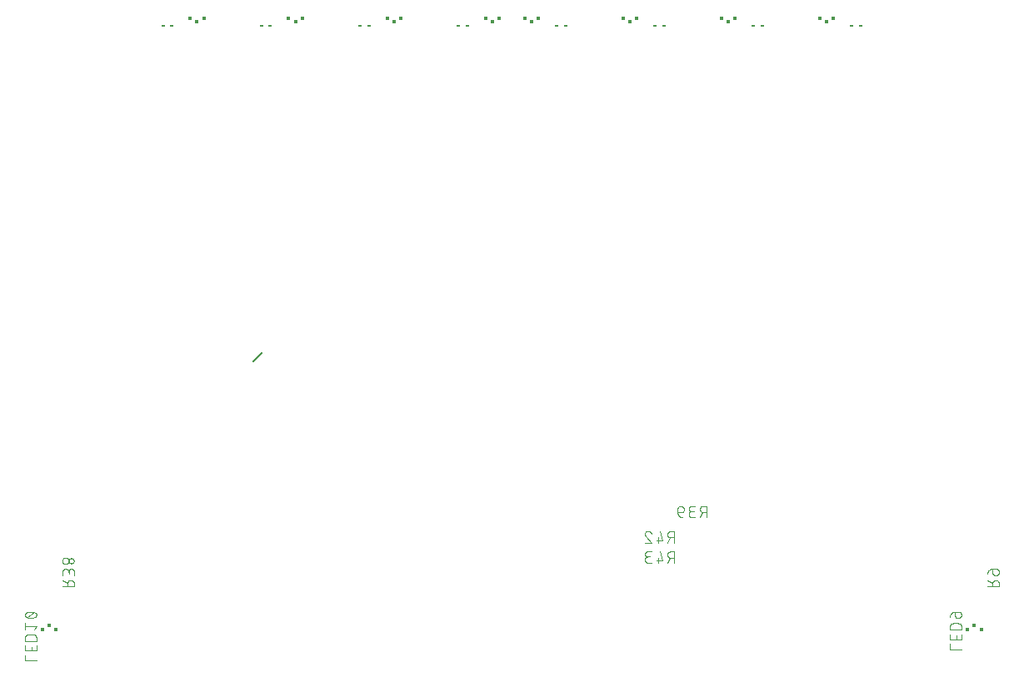
<source format=gbr>
G04 EAGLE Gerber RS-274X export*
G75*
%MOMM*%
%FSLAX34Y34*%
%LPD*%
%INSilkscreen Bottom*%
%IPPOS*%
%AMOC8*
5,1,8,0,0,1.08239X$1,22.5*%
G01*
%ADD10R,0.300000X0.200000*%
%ADD11R,0.325000X0.425000*%
%ADD12R,0.350000X0.350000*%
%ADD13C,0.203200*%
%ADD14C,0.101600*%


D10*
X854500Y758000D03*
X845500Y758000D03*
X754500Y758000D03*
X745500Y758000D03*
X654500Y758000D03*
X645500Y758000D03*
X554500Y758000D03*
X545500Y758000D03*
X454500Y758000D03*
X445500Y758000D03*
X354500Y758000D03*
X345500Y758000D03*
X254500Y758000D03*
X245500Y758000D03*
X154500Y758000D03*
X145500Y758000D03*
D11*
X826875Y765625D03*
X813125Y765625D03*
D12*
X820000Y761750D03*
D11*
X726875Y765625D03*
X713125Y765625D03*
D12*
X720000Y761750D03*
D11*
X626875Y765625D03*
X613125Y765625D03*
D12*
X620000Y761750D03*
D11*
X526875Y765625D03*
X513125Y765625D03*
D12*
X520000Y761750D03*
D11*
X386875Y765625D03*
X373125Y765625D03*
D12*
X380000Y761750D03*
D11*
X286875Y765625D03*
X273125Y765625D03*
D12*
X280000Y761750D03*
D11*
X186875Y765625D03*
X173125Y765625D03*
D12*
X180000Y761750D03*
D11*
X486875Y765625D03*
X473125Y765625D03*
D12*
X480000Y761750D03*
D13*
X246514Y425687D02*
X237534Y416707D01*
D11*
X963125Y144375D03*
X976875Y144375D03*
D12*
X970000Y148250D03*
D14*
X956792Y124101D02*
X945108Y124101D01*
X945108Y129293D01*
X945108Y134007D02*
X945108Y139199D01*
X945108Y134007D02*
X956792Y134007D01*
X956792Y139199D01*
X951599Y137901D02*
X951599Y134007D01*
X956792Y143890D02*
X945108Y143890D01*
X956792Y143890D02*
X956792Y147135D01*
X956790Y147248D01*
X956784Y147361D01*
X956774Y147474D01*
X956760Y147587D01*
X956743Y147699D01*
X956721Y147810D01*
X956696Y147920D01*
X956666Y148030D01*
X956633Y148138D01*
X956596Y148245D01*
X956556Y148351D01*
X956511Y148455D01*
X956463Y148558D01*
X956412Y148659D01*
X956357Y148758D01*
X956299Y148855D01*
X956237Y148950D01*
X956172Y149043D01*
X956104Y149133D01*
X956033Y149221D01*
X955958Y149307D01*
X955881Y149390D01*
X955801Y149470D01*
X955718Y149547D01*
X955632Y149622D01*
X955544Y149693D01*
X955454Y149761D01*
X955361Y149826D01*
X955266Y149888D01*
X955169Y149946D01*
X955070Y150001D01*
X954969Y150052D01*
X954866Y150100D01*
X954762Y150145D01*
X954656Y150185D01*
X954549Y150222D01*
X954441Y150255D01*
X954331Y150285D01*
X954221Y150310D01*
X954110Y150332D01*
X953998Y150349D01*
X953885Y150363D01*
X953772Y150373D01*
X953659Y150379D01*
X953546Y150381D01*
X948354Y150381D01*
X948241Y150379D01*
X948128Y150373D01*
X948015Y150363D01*
X947902Y150349D01*
X947790Y150332D01*
X947679Y150310D01*
X947569Y150285D01*
X947459Y150255D01*
X947351Y150222D01*
X947244Y150185D01*
X947138Y150145D01*
X947034Y150100D01*
X946931Y150052D01*
X946830Y150001D01*
X946731Y149946D01*
X946634Y149888D01*
X946539Y149826D01*
X946446Y149761D01*
X946356Y149693D01*
X946268Y149622D01*
X946182Y149547D01*
X946099Y149470D01*
X946019Y149390D01*
X945942Y149307D01*
X945867Y149221D01*
X945796Y149133D01*
X945728Y149043D01*
X945663Y148950D01*
X945601Y148855D01*
X945543Y148758D01*
X945488Y148659D01*
X945437Y148558D01*
X945389Y148455D01*
X945344Y148351D01*
X945304Y148245D01*
X945267Y148138D01*
X945234Y148030D01*
X945204Y147920D01*
X945179Y147810D01*
X945157Y147699D01*
X945140Y147587D01*
X945126Y147474D01*
X945116Y147361D01*
X945110Y147248D01*
X945108Y147135D01*
X945108Y143890D01*
X950301Y158297D02*
X950301Y162192D01*
X950301Y158297D02*
X950303Y158198D01*
X950309Y158098D01*
X950318Y157999D01*
X950331Y157901D01*
X950348Y157803D01*
X950369Y157705D01*
X950394Y157609D01*
X950422Y157514D01*
X950454Y157420D01*
X950489Y157327D01*
X950528Y157235D01*
X950571Y157145D01*
X950616Y157057D01*
X950666Y156970D01*
X950718Y156886D01*
X950774Y156803D01*
X950832Y156723D01*
X950894Y156645D01*
X950959Y156570D01*
X951027Y156497D01*
X951097Y156427D01*
X951170Y156359D01*
X951245Y156294D01*
X951323Y156232D01*
X951403Y156174D01*
X951486Y156118D01*
X951570Y156066D01*
X951657Y156016D01*
X951745Y155971D01*
X951835Y155928D01*
X951927Y155889D01*
X952020Y155854D01*
X952114Y155822D01*
X952209Y155794D01*
X952305Y155769D01*
X952403Y155748D01*
X952501Y155731D01*
X952599Y155718D01*
X952698Y155709D01*
X952798Y155703D01*
X952897Y155701D01*
X953546Y155701D01*
X953546Y155700D02*
X953659Y155702D01*
X953772Y155708D01*
X953885Y155718D01*
X953998Y155732D01*
X954110Y155749D01*
X954221Y155771D01*
X954331Y155796D01*
X954441Y155826D01*
X954549Y155859D01*
X954656Y155896D01*
X954762Y155936D01*
X954866Y155981D01*
X954969Y156029D01*
X955070Y156080D01*
X955169Y156135D01*
X955266Y156193D01*
X955361Y156255D01*
X955454Y156320D01*
X955544Y156388D01*
X955632Y156459D01*
X955718Y156534D01*
X955801Y156611D01*
X955881Y156691D01*
X955958Y156774D01*
X956033Y156860D01*
X956104Y156948D01*
X956172Y157038D01*
X956237Y157131D01*
X956299Y157226D01*
X956357Y157323D01*
X956412Y157422D01*
X956463Y157523D01*
X956511Y157626D01*
X956556Y157730D01*
X956596Y157836D01*
X956633Y157943D01*
X956666Y158051D01*
X956696Y158161D01*
X956721Y158271D01*
X956743Y158382D01*
X956760Y158494D01*
X956774Y158607D01*
X956784Y158720D01*
X956790Y158833D01*
X956792Y158946D01*
X956790Y159059D01*
X956784Y159172D01*
X956774Y159285D01*
X956760Y159398D01*
X956743Y159510D01*
X956721Y159621D01*
X956696Y159731D01*
X956666Y159841D01*
X956633Y159949D01*
X956596Y160056D01*
X956556Y160162D01*
X956511Y160266D01*
X956463Y160369D01*
X956412Y160470D01*
X956357Y160569D01*
X956299Y160666D01*
X956237Y160761D01*
X956172Y160854D01*
X956104Y160944D01*
X956033Y161032D01*
X955958Y161118D01*
X955881Y161201D01*
X955801Y161281D01*
X955718Y161358D01*
X955632Y161433D01*
X955544Y161504D01*
X955454Y161572D01*
X955361Y161637D01*
X955266Y161699D01*
X955169Y161757D01*
X955070Y161812D01*
X954969Y161863D01*
X954866Y161911D01*
X954762Y161956D01*
X954656Y161996D01*
X954549Y162033D01*
X954441Y162066D01*
X954331Y162096D01*
X954221Y162121D01*
X954110Y162143D01*
X953998Y162160D01*
X953885Y162174D01*
X953772Y162184D01*
X953659Y162190D01*
X953546Y162192D01*
X950301Y162192D01*
X950158Y162190D01*
X950015Y162184D01*
X949872Y162174D01*
X949730Y162160D01*
X949588Y162143D01*
X949446Y162121D01*
X949305Y162096D01*
X949165Y162066D01*
X949026Y162033D01*
X948888Y161996D01*
X948751Y161955D01*
X948615Y161911D01*
X948480Y161862D01*
X948347Y161810D01*
X948215Y161755D01*
X948085Y161695D01*
X947956Y161632D01*
X947829Y161566D01*
X947705Y161496D01*
X947582Y161423D01*
X947461Y161346D01*
X947342Y161266D01*
X947226Y161183D01*
X947111Y161097D01*
X947000Y161008D01*
X946890Y160915D01*
X946784Y160820D01*
X946680Y160721D01*
X946579Y160620D01*
X946480Y160516D01*
X946385Y160410D01*
X946292Y160300D01*
X946203Y160189D01*
X946117Y160074D01*
X946034Y159958D01*
X945954Y159839D01*
X945877Y159718D01*
X945804Y159596D01*
X945734Y159471D01*
X945668Y159344D01*
X945605Y159215D01*
X945545Y159085D01*
X945490Y158953D01*
X945438Y158820D01*
X945389Y158685D01*
X945345Y158549D01*
X945304Y158412D01*
X945267Y158274D01*
X945234Y158135D01*
X945204Y157995D01*
X945179Y157854D01*
X945157Y157712D01*
X945140Y157570D01*
X945126Y157428D01*
X945116Y157285D01*
X945110Y157142D01*
X945108Y156999D01*
X983208Y187808D02*
X994892Y187808D01*
X994892Y191054D01*
X994890Y191167D01*
X994884Y191280D01*
X994874Y191393D01*
X994860Y191506D01*
X994843Y191618D01*
X994821Y191729D01*
X994796Y191839D01*
X994766Y191949D01*
X994733Y192057D01*
X994696Y192164D01*
X994656Y192270D01*
X994611Y192374D01*
X994563Y192477D01*
X994512Y192578D01*
X994457Y192677D01*
X994399Y192774D01*
X994337Y192869D01*
X994272Y192962D01*
X994204Y193052D01*
X994133Y193140D01*
X994058Y193226D01*
X993981Y193309D01*
X993901Y193389D01*
X993818Y193466D01*
X993732Y193541D01*
X993644Y193612D01*
X993554Y193680D01*
X993461Y193745D01*
X993366Y193807D01*
X993269Y193865D01*
X993170Y193920D01*
X993069Y193971D01*
X992966Y194019D01*
X992862Y194064D01*
X992756Y194104D01*
X992649Y194141D01*
X992541Y194174D01*
X992431Y194204D01*
X992321Y194229D01*
X992210Y194251D01*
X992098Y194268D01*
X991985Y194282D01*
X991872Y194292D01*
X991759Y194298D01*
X991646Y194300D01*
X991533Y194298D01*
X991420Y194292D01*
X991307Y194282D01*
X991194Y194268D01*
X991082Y194251D01*
X990971Y194229D01*
X990861Y194204D01*
X990751Y194174D01*
X990643Y194141D01*
X990536Y194104D01*
X990430Y194064D01*
X990326Y194019D01*
X990223Y193971D01*
X990122Y193920D01*
X990023Y193865D01*
X989926Y193807D01*
X989831Y193745D01*
X989738Y193680D01*
X989648Y193612D01*
X989560Y193541D01*
X989474Y193466D01*
X989391Y193389D01*
X989311Y193309D01*
X989234Y193226D01*
X989159Y193140D01*
X989088Y193052D01*
X989020Y192962D01*
X988955Y192869D01*
X988893Y192774D01*
X988835Y192677D01*
X988780Y192578D01*
X988729Y192477D01*
X988681Y192374D01*
X988636Y192270D01*
X988596Y192164D01*
X988559Y192057D01*
X988526Y191949D01*
X988496Y191839D01*
X988471Y191729D01*
X988449Y191618D01*
X988432Y191506D01*
X988418Y191393D01*
X988408Y191280D01*
X988402Y191167D01*
X988400Y191054D01*
X988401Y191054D02*
X988401Y187808D01*
X988401Y191703D02*
X983208Y194299D01*
X988401Y201761D02*
X988401Y205655D01*
X988401Y201761D02*
X988403Y201662D01*
X988409Y201562D01*
X988418Y201463D01*
X988431Y201365D01*
X988448Y201267D01*
X988469Y201169D01*
X988494Y201073D01*
X988522Y200978D01*
X988554Y200884D01*
X988589Y200791D01*
X988628Y200699D01*
X988671Y200609D01*
X988716Y200521D01*
X988766Y200434D01*
X988818Y200350D01*
X988874Y200267D01*
X988932Y200187D01*
X988994Y200109D01*
X989059Y200034D01*
X989127Y199961D01*
X989197Y199891D01*
X989270Y199823D01*
X989345Y199758D01*
X989423Y199696D01*
X989503Y199638D01*
X989586Y199582D01*
X989670Y199530D01*
X989757Y199480D01*
X989845Y199435D01*
X989935Y199392D01*
X990027Y199353D01*
X990120Y199318D01*
X990214Y199286D01*
X990309Y199258D01*
X990405Y199233D01*
X990503Y199212D01*
X990601Y199195D01*
X990699Y199182D01*
X990798Y199173D01*
X990898Y199167D01*
X990997Y199165D01*
X990997Y199164D02*
X991646Y199164D01*
X991759Y199166D01*
X991872Y199172D01*
X991985Y199182D01*
X992098Y199196D01*
X992210Y199213D01*
X992321Y199235D01*
X992431Y199260D01*
X992541Y199290D01*
X992649Y199323D01*
X992756Y199360D01*
X992862Y199400D01*
X992966Y199445D01*
X993069Y199493D01*
X993170Y199544D01*
X993269Y199599D01*
X993366Y199657D01*
X993461Y199719D01*
X993554Y199784D01*
X993644Y199852D01*
X993732Y199923D01*
X993818Y199998D01*
X993901Y200075D01*
X993981Y200155D01*
X994058Y200238D01*
X994133Y200324D01*
X994204Y200412D01*
X994272Y200502D01*
X994337Y200595D01*
X994399Y200690D01*
X994457Y200787D01*
X994512Y200886D01*
X994563Y200987D01*
X994611Y201090D01*
X994656Y201194D01*
X994696Y201300D01*
X994733Y201407D01*
X994766Y201515D01*
X994796Y201625D01*
X994821Y201735D01*
X994843Y201846D01*
X994860Y201958D01*
X994874Y202071D01*
X994884Y202184D01*
X994890Y202297D01*
X994892Y202410D01*
X994890Y202523D01*
X994884Y202636D01*
X994874Y202749D01*
X994860Y202862D01*
X994843Y202974D01*
X994821Y203085D01*
X994796Y203195D01*
X994766Y203305D01*
X994733Y203413D01*
X994696Y203520D01*
X994656Y203626D01*
X994611Y203730D01*
X994563Y203833D01*
X994512Y203934D01*
X994457Y204033D01*
X994399Y204130D01*
X994337Y204225D01*
X994272Y204318D01*
X994204Y204408D01*
X994133Y204496D01*
X994058Y204582D01*
X993981Y204665D01*
X993901Y204745D01*
X993818Y204822D01*
X993732Y204897D01*
X993644Y204968D01*
X993554Y205036D01*
X993461Y205101D01*
X993366Y205163D01*
X993269Y205221D01*
X993170Y205276D01*
X993069Y205327D01*
X992966Y205375D01*
X992862Y205420D01*
X992756Y205460D01*
X992649Y205497D01*
X992541Y205530D01*
X992431Y205560D01*
X992321Y205585D01*
X992210Y205607D01*
X992098Y205624D01*
X991985Y205638D01*
X991872Y205648D01*
X991759Y205654D01*
X991646Y205656D01*
X991646Y205655D02*
X988401Y205655D01*
X988401Y205656D02*
X988258Y205654D01*
X988115Y205648D01*
X987972Y205638D01*
X987830Y205624D01*
X987688Y205607D01*
X987546Y205585D01*
X987405Y205560D01*
X987265Y205530D01*
X987126Y205497D01*
X986988Y205460D01*
X986851Y205419D01*
X986715Y205375D01*
X986580Y205326D01*
X986447Y205274D01*
X986315Y205219D01*
X986185Y205159D01*
X986056Y205096D01*
X985929Y205030D01*
X985805Y204960D01*
X985682Y204887D01*
X985561Y204810D01*
X985442Y204730D01*
X985326Y204647D01*
X985211Y204561D01*
X985100Y204472D01*
X984990Y204379D01*
X984884Y204284D01*
X984780Y204185D01*
X984679Y204084D01*
X984580Y203980D01*
X984485Y203874D01*
X984392Y203764D01*
X984303Y203653D01*
X984217Y203538D01*
X984134Y203422D01*
X984054Y203303D01*
X983977Y203182D01*
X983904Y203060D01*
X983834Y202935D01*
X983768Y202808D01*
X983705Y202679D01*
X983645Y202549D01*
X983590Y202417D01*
X983538Y202284D01*
X983489Y202149D01*
X983445Y202013D01*
X983404Y201876D01*
X983367Y201738D01*
X983334Y201599D01*
X983304Y201459D01*
X983279Y201318D01*
X983257Y201176D01*
X983240Y201034D01*
X983226Y200892D01*
X983216Y200749D01*
X983210Y200606D01*
X983208Y200463D01*
D11*
X23125Y144375D03*
X36875Y144375D03*
D12*
X30000Y148250D03*
D14*
X16792Y112671D02*
X5108Y112671D01*
X5108Y117863D01*
X5108Y122577D02*
X5108Y127769D01*
X5108Y122577D02*
X16792Y122577D01*
X16792Y127769D01*
X11599Y126471D02*
X11599Y122577D01*
X16792Y132460D02*
X5108Y132460D01*
X16792Y132460D02*
X16792Y135706D01*
X16790Y135819D01*
X16784Y135932D01*
X16774Y136045D01*
X16760Y136158D01*
X16743Y136270D01*
X16721Y136381D01*
X16696Y136491D01*
X16666Y136601D01*
X16633Y136709D01*
X16596Y136816D01*
X16556Y136922D01*
X16511Y137026D01*
X16463Y137129D01*
X16412Y137230D01*
X16357Y137329D01*
X16299Y137426D01*
X16237Y137521D01*
X16172Y137614D01*
X16104Y137704D01*
X16033Y137792D01*
X15958Y137878D01*
X15881Y137961D01*
X15801Y138041D01*
X15718Y138118D01*
X15632Y138193D01*
X15544Y138264D01*
X15454Y138332D01*
X15361Y138397D01*
X15266Y138459D01*
X15169Y138517D01*
X15070Y138572D01*
X14969Y138623D01*
X14866Y138671D01*
X14762Y138716D01*
X14656Y138756D01*
X14549Y138793D01*
X14441Y138826D01*
X14331Y138856D01*
X14221Y138881D01*
X14110Y138903D01*
X13998Y138920D01*
X13885Y138934D01*
X13772Y138944D01*
X13659Y138950D01*
X13546Y138952D01*
X13546Y138951D02*
X8354Y138951D01*
X8354Y138952D02*
X8241Y138950D01*
X8128Y138944D01*
X8015Y138934D01*
X7902Y138920D01*
X7790Y138903D01*
X7679Y138881D01*
X7569Y138856D01*
X7459Y138826D01*
X7351Y138793D01*
X7244Y138756D01*
X7138Y138716D01*
X7034Y138671D01*
X6931Y138623D01*
X6830Y138572D01*
X6731Y138517D01*
X6634Y138459D01*
X6539Y138397D01*
X6446Y138332D01*
X6356Y138264D01*
X6268Y138193D01*
X6182Y138118D01*
X6099Y138041D01*
X6019Y137961D01*
X5942Y137878D01*
X5867Y137792D01*
X5796Y137704D01*
X5728Y137614D01*
X5663Y137521D01*
X5601Y137426D01*
X5543Y137329D01*
X5488Y137230D01*
X5437Y137129D01*
X5389Y137026D01*
X5344Y136922D01*
X5304Y136816D01*
X5267Y136709D01*
X5234Y136601D01*
X5204Y136491D01*
X5179Y136381D01*
X5157Y136270D01*
X5140Y136158D01*
X5126Y136045D01*
X5116Y135932D01*
X5110Y135819D01*
X5108Y135706D01*
X5108Y132460D01*
X14196Y144271D02*
X16792Y147516D01*
X5108Y147516D01*
X5108Y144271D02*
X5108Y150762D01*
X10950Y155701D02*
X11180Y155704D01*
X11410Y155712D01*
X11639Y155726D01*
X11868Y155745D01*
X12097Y155770D01*
X12324Y155800D01*
X12552Y155835D01*
X12778Y155876D01*
X13003Y155922D01*
X13227Y155974D01*
X13449Y156031D01*
X13671Y156093D01*
X13890Y156161D01*
X14108Y156234D01*
X14325Y156312D01*
X14539Y156395D01*
X14751Y156483D01*
X14961Y156576D01*
X15169Y156675D01*
X15169Y156674D02*
X15259Y156707D01*
X15348Y156743D01*
X15436Y156783D01*
X15521Y156827D01*
X15605Y156874D01*
X15687Y156924D01*
X15767Y156978D01*
X15844Y157034D01*
X15920Y157094D01*
X15993Y157157D01*
X16063Y157222D01*
X16131Y157291D01*
X16195Y157362D01*
X16257Y157435D01*
X16316Y157511D01*
X16372Y157589D01*
X16425Y157670D01*
X16474Y157752D01*
X16520Y157836D01*
X16563Y157923D01*
X16602Y158010D01*
X16638Y158100D01*
X16670Y158190D01*
X16698Y158282D01*
X16723Y158375D01*
X16744Y158469D01*
X16761Y158563D01*
X16775Y158658D01*
X16784Y158754D01*
X16790Y158850D01*
X16792Y158946D01*
X16790Y159042D01*
X16784Y159138D01*
X16775Y159234D01*
X16761Y159329D01*
X16744Y159423D01*
X16723Y159517D01*
X16698Y159610D01*
X16670Y159702D01*
X16638Y159792D01*
X16602Y159882D01*
X16563Y159969D01*
X16520Y160056D01*
X16474Y160140D01*
X16425Y160222D01*
X16372Y160303D01*
X16316Y160381D01*
X16257Y160457D01*
X16195Y160530D01*
X16131Y160601D01*
X16063Y160670D01*
X15993Y160735D01*
X15920Y160798D01*
X15844Y160858D01*
X15767Y160914D01*
X15687Y160968D01*
X15605Y161018D01*
X15521Y161065D01*
X15436Y161109D01*
X15348Y161149D01*
X15259Y161185D01*
X15169Y161218D01*
X15169Y161219D02*
X14962Y161318D01*
X14752Y161411D01*
X14539Y161499D01*
X14325Y161582D01*
X14109Y161660D01*
X13891Y161733D01*
X13671Y161801D01*
X13450Y161863D01*
X13227Y161920D01*
X13003Y161972D01*
X12778Y162018D01*
X12552Y162059D01*
X12325Y162094D01*
X12097Y162124D01*
X11868Y162149D01*
X11639Y162168D01*
X11410Y162182D01*
X11180Y162190D01*
X10950Y162193D01*
X10950Y155701D02*
X10720Y155704D01*
X10490Y155712D01*
X10261Y155726D01*
X10032Y155745D01*
X9803Y155770D01*
X9575Y155800D01*
X9348Y155835D01*
X9122Y155876D01*
X8897Y155922D01*
X8673Y155974D01*
X8450Y156031D01*
X8229Y156093D01*
X8009Y156161D01*
X7791Y156234D01*
X7575Y156312D01*
X7361Y156395D01*
X7149Y156483D01*
X6938Y156576D01*
X6731Y156675D01*
X6731Y156674D02*
X6641Y156707D01*
X6552Y156743D01*
X6464Y156784D01*
X6379Y156827D01*
X6295Y156874D01*
X6213Y156924D01*
X6133Y156978D01*
X6056Y157034D01*
X5980Y157094D01*
X5907Y157157D01*
X5837Y157222D01*
X5769Y157291D01*
X5705Y157362D01*
X5643Y157435D01*
X5584Y157511D01*
X5528Y157589D01*
X5475Y157670D01*
X5426Y157752D01*
X5380Y157836D01*
X5337Y157923D01*
X5298Y158010D01*
X5262Y158100D01*
X5230Y158190D01*
X5202Y158282D01*
X5177Y158375D01*
X5156Y158469D01*
X5139Y158563D01*
X5125Y158658D01*
X5116Y158754D01*
X5110Y158850D01*
X5108Y158946D01*
X6731Y161218D02*
X6938Y161317D01*
X7149Y161410D01*
X7361Y161498D01*
X7575Y161581D01*
X7791Y161659D01*
X8009Y161732D01*
X8229Y161800D01*
X8450Y161862D01*
X8673Y161919D01*
X8897Y161971D01*
X9122Y162017D01*
X9348Y162058D01*
X9575Y162093D01*
X9803Y162123D01*
X10032Y162148D01*
X10261Y162167D01*
X10490Y162181D01*
X10720Y162189D01*
X10950Y162192D01*
X6731Y161218D02*
X6641Y161185D01*
X6552Y161149D01*
X6464Y161109D01*
X6379Y161065D01*
X6295Y161018D01*
X6213Y160968D01*
X6133Y160914D01*
X6056Y160858D01*
X5980Y160798D01*
X5907Y160735D01*
X5837Y160670D01*
X5769Y160601D01*
X5705Y160530D01*
X5643Y160457D01*
X5584Y160381D01*
X5528Y160303D01*
X5475Y160222D01*
X5426Y160140D01*
X5380Y160056D01*
X5337Y159969D01*
X5298Y159882D01*
X5262Y159792D01*
X5230Y159702D01*
X5202Y159610D01*
X5177Y159517D01*
X5156Y159423D01*
X5139Y159329D01*
X5125Y159234D01*
X5116Y159138D01*
X5110Y159042D01*
X5108Y158946D01*
X7704Y156350D02*
X14196Y161543D01*
X43208Y187808D02*
X54892Y187808D01*
X54892Y191054D01*
X54890Y191167D01*
X54884Y191280D01*
X54874Y191393D01*
X54860Y191506D01*
X54843Y191618D01*
X54821Y191729D01*
X54796Y191839D01*
X54766Y191949D01*
X54733Y192057D01*
X54696Y192164D01*
X54656Y192270D01*
X54611Y192374D01*
X54563Y192477D01*
X54512Y192578D01*
X54457Y192677D01*
X54399Y192774D01*
X54337Y192869D01*
X54272Y192962D01*
X54204Y193052D01*
X54133Y193140D01*
X54058Y193226D01*
X53981Y193309D01*
X53901Y193389D01*
X53818Y193466D01*
X53732Y193541D01*
X53644Y193612D01*
X53554Y193680D01*
X53461Y193745D01*
X53366Y193807D01*
X53269Y193865D01*
X53170Y193920D01*
X53069Y193971D01*
X52966Y194019D01*
X52862Y194064D01*
X52756Y194104D01*
X52649Y194141D01*
X52541Y194174D01*
X52431Y194204D01*
X52321Y194229D01*
X52210Y194251D01*
X52098Y194268D01*
X51985Y194282D01*
X51872Y194292D01*
X51759Y194298D01*
X51646Y194300D01*
X51533Y194298D01*
X51420Y194292D01*
X51307Y194282D01*
X51194Y194268D01*
X51082Y194251D01*
X50971Y194229D01*
X50861Y194204D01*
X50751Y194174D01*
X50643Y194141D01*
X50536Y194104D01*
X50430Y194064D01*
X50326Y194019D01*
X50223Y193971D01*
X50122Y193920D01*
X50023Y193865D01*
X49926Y193807D01*
X49831Y193745D01*
X49738Y193680D01*
X49648Y193612D01*
X49560Y193541D01*
X49474Y193466D01*
X49391Y193389D01*
X49311Y193309D01*
X49234Y193226D01*
X49159Y193140D01*
X49088Y193052D01*
X49020Y192962D01*
X48955Y192869D01*
X48893Y192774D01*
X48835Y192677D01*
X48780Y192578D01*
X48729Y192477D01*
X48681Y192374D01*
X48636Y192270D01*
X48596Y192164D01*
X48559Y192057D01*
X48526Y191949D01*
X48496Y191839D01*
X48471Y191729D01*
X48449Y191618D01*
X48432Y191506D01*
X48418Y191393D01*
X48408Y191280D01*
X48402Y191167D01*
X48400Y191054D01*
X48401Y191054D02*
X48401Y187808D01*
X48401Y191703D02*
X43208Y194299D01*
X43208Y199164D02*
X43208Y202410D01*
X43210Y202523D01*
X43216Y202636D01*
X43226Y202749D01*
X43240Y202862D01*
X43257Y202974D01*
X43279Y203085D01*
X43304Y203195D01*
X43334Y203305D01*
X43367Y203413D01*
X43404Y203520D01*
X43444Y203626D01*
X43489Y203730D01*
X43537Y203833D01*
X43588Y203934D01*
X43643Y204033D01*
X43701Y204130D01*
X43763Y204225D01*
X43828Y204318D01*
X43896Y204408D01*
X43967Y204496D01*
X44042Y204582D01*
X44119Y204665D01*
X44199Y204745D01*
X44282Y204822D01*
X44368Y204897D01*
X44456Y204968D01*
X44546Y205036D01*
X44639Y205101D01*
X44734Y205163D01*
X44831Y205221D01*
X44930Y205276D01*
X45031Y205327D01*
X45134Y205375D01*
X45238Y205420D01*
X45344Y205460D01*
X45451Y205497D01*
X45559Y205530D01*
X45669Y205560D01*
X45779Y205585D01*
X45890Y205607D01*
X46002Y205624D01*
X46115Y205638D01*
X46228Y205648D01*
X46341Y205654D01*
X46454Y205656D01*
X46567Y205654D01*
X46680Y205648D01*
X46793Y205638D01*
X46906Y205624D01*
X47018Y205607D01*
X47129Y205585D01*
X47239Y205560D01*
X47349Y205530D01*
X47457Y205497D01*
X47564Y205460D01*
X47670Y205420D01*
X47774Y205375D01*
X47877Y205327D01*
X47978Y205276D01*
X48077Y205221D01*
X48174Y205163D01*
X48269Y205101D01*
X48362Y205036D01*
X48452Y204968D01*
X48540Y204897D01*
X48626Y204822D01*
X48709Y204745D01*
X48789Y204665D01*
X48866Y204582D01*
X48941Y204496D01*
X49012Y204408D01*
X49080Y204318D01*
X49145Y204225D01*
X49207Y204130D01*
X49265Y204033D01*
X49320Y203934D01*
X49371Y203833D01*
X49419Y203730D01*
X49464Y203626D01*
X49504Y203520D01*
X49541Y203413D01*
X49574Y203305D01*
X49604Y203195D01*
X49629Y203085D01*
X49651Y202974D01*
X49668Y202862D01*
X49682Y202749D01*
X49692Y202636D01*
X49698Y202523D01*
X49700Y202410D01*
X54892Y203059D02*
X54892Y199164D01*
X54892Y203059D02*
X54890Y203160D01*
X54884Y203260D01*
X54874Y203360D01*
X54861Y203460D01*
X54843Y203559D01*
X54822Y203658D01*
X54797Y203755D01*
X54768Y203852D01*
X54735Y203947D01*
X54699Y204041D01*
X54659Y204133D01*
X54616Y204224D01*
X54569Y204313D01*
X54519Y204400D01*
X54465Y204486D01*
X54408Y204569D01*
X54348Y204649D01*
X54285Y204728D01*
X54218Y204804D01*
X54149Y204877D01*
X54077Y204947D01*
X54003Y205015D01*
X53926Y205080D01*
X53846Y205141D01*
X53764Y205200D01*
X53680Y205255D01*
X53594Y205307D01*
X53506Y205356D01*
X53416Y205401D01*
X53324Y205443D01*
X53231Y205481D01*
X53136Y205515D01*
X53041Y205546D01*
X52944Y205573D01*
X52846Y205596D01*
X52747Y205616D01*
X52647Y205631D01*
X52547Y205643D01*
X52447Y205651D01*
X52346Y205655D01*
X52246Y205655D01*
X52145Y205651D01*
X52045Y205643D01*
X51945Y205631D01*
X51845Y205616D01*
X51746Y205596D01*
X51648Y205573D01*
X51551Y205546D01*
X51456Y205515D01*
X51361Y205481D01*
X51268Y205443D01*
X51176Y205401D01*
X51086Y205356D01*
X50998Y205307D01*
X50912Y205255D01*
X50828Y205200D01*
X50746Y205141D01*
X50666Y205080D01*
X50589Y205015D01*
X50515Y204947D01*
X50443Y204877D01*
X50374Y204804D01*
X50307Y204728D01*
X50244Y204649D01*
X50184Y204569D01*
X50127Y204486D01*
X50073Y204400D01*
X50023Y204313D01*
X49976Y204224D01*
X49933Y204133D01*
X49893Y204041D01*
X49857Y203947D01*
X49824Y203852D01*
X49795Y203755D01*
X49770Y203658D01*
X49749Y203559D01*
X49731Y203460D01*
X49718Y203360D01*
X49708Y203260D01*
X49702Y203160D01*
X49700Y203059D01*
X49699Y203059D02*
X49699Y200463D01*
X46454Y210594D02*
X46567Y210596D01*
X46680Y210602D01*
X46793Y210612D01*
X46906Y210626D01*
X47018Y210643D01*
X47129Y210665D01*
X47239Y210690D01*
X47349Y210720D01*
X47457Y210753D01*
X47564Y210790D01*
X47670Y210830D01*
X47774Y210875D01*
X47877Y210923D01*
X47978Y210974D01*
X48077Y211029D01*
X48174Y211087D01*
X48269Y211149D01*
X48362Y211214D01*
X48452Y211282D01*
X48540Y211353D01*
X48626Y211428D01*
X48709Y211505D01*
X48789Y211585D01*
X48866Y211668D01*
X48941Y211754D01*
X49012Y211842D01*
X49080Y211932D01*
X49145Y212025D01*
X49207Y212120D01*
X49265Y212217D01*
X49320Y212316D01*
X49371Y212417D01*
X49419Y212520D01*
X49464Y212624D01*
X49504Y212730D01*
X49541Y212837D01*
X49574Y212945D01*
X49604Y213055D01*
X49629Y213165D01*
X49651Y213276D01*
X49668Y213388D01*
X49682Y213501D01*
X49692Y213614D01*
X49698Y213727D01*
X49700Y213840D01*
X49698Y213953D01*
X49692Y214066D01*
X49682Y214179D01*
X49668Y214292D01*
X49651Y214404D01*
X49629Y214515D01*
X49604Y214625D01*
X49574Y214735D01*
X49541Y214843D01*
X49504Y214950D01*
X49464Y215056D01*
X49419Y215160D01*
X49371Y215263D01*
X49320Y215364D01*
X49265Y215463D01*
X49207Y215560D01*
X49145Y215655D01*
X49080Y215748D01*
X49012Y215838D01*
X48941Y215926D01*
X48866Y216012D01*
X48789Y216095D01*
X48709Y216175D01*
X48626Y216252D01*
X48540Y216327D01*
X48452Y216398D01*
X48362Y216466D01*
X48269Y216531D01*
X48174Y216593D01*
X48077Y216651D01*
X47978Y216706D01*
X47877Y216757D01*
X47774Y216805D01*
X47670Y216850D01*
X47564Y216890D01*
X47457Y216927D01*
X47349Y216960D01*
X47239Y216990D01*
X47129Y217015D01*
X47018Y217037D01*
X46906Y217054D01*
X46793Y217068D01*
X46680Y217078D01*
X46567Y217084D01*
X46454Y217086D01*
X46341Y217084D01*
X46228Y217078D01*
X46115Y217068D01*
X46002Y217054D01*
X45890Y217037D01*
X45779Y217015D01*
X45669Y216990D01*
X45559Y216960D01*
X45451Y216927D01*
X45344Y216890D01*
X45238Y216850D01*
X45134Y216805D01*
X45031Y216757D01*
X44930Y216706D01*
X44831Y216651D01*
X44734Y216593D01*
X44639Y216531D01*
X44546Y216466D01*
X44456Y216398D01*
X44368Y216327D01*
X44282Y216252D01*
X44199Y216175D01*
X44119Y216095D01*
X44042Y216012D01*
X43967Y215926D01*
X43896Y215838D01*
X43828Y215748D01*
X43763Y215655D01*
X43701Y215560D01*
X43643Y215463D01*
X43588Y215364D01*
X43537Y215263D01*
X43489Y215160D01*
X43444Y215056D01*
X43404Y214950D01*
X43367Y214843D01*
X43334Y214735D01*
X43304Y214625D01*
X43279Y214515D01*
X43257Y214404D01*
X43240Y214292D01*
X43226Y214179D01*
X43216Y214066D01*
X43210Y213953D01*
X43208Y213840D01*
X43210Y213727D01*
X43216Y213614D01*
X43226Y213501D01*
X43240Y213388D01*
X43257Y213276D01*
X43279Y213165D01*
X43304Y213055D01*
X43334Y212945D01*
X43367Y212837D01*
X43404Y212730D01*
X43444Y212624D01*
X43489Y212520D01*
X43537Y212417D01*
X43588Y212316D01*
X43643Y212217D01*
X43701Y212120D01*
X43763Y212025D01*
X43828Y211932D01*
X43896Y211842D01*
X43967Y211754D01*
X44042Y211668D01*
X44119Y211585D01*
X44199Y211505D01*
X44282Y211428D01*
X44368Y211353D01*
X44456Y211282D01*
X44546Y211214D01*
X44639Y211149D01*
X44734Y211087D01*
X44831Y211029D01*
X44930Y210974D01*
X45031Y210923D01*
X45134Y210875D01*
X45238Y210830D01*
X45344Y210790D01*
X45451Y210753D01*
X45559Y210720D01*
X45669Y210690D01*
X45779Y210665D01*
X45890Y210643D01*
X46002Y210626D01*
X46115Y210612D01*
X46228Y210602D01*
X46341Y210596D01*
X46454Y210594D01*
X52296Y211244D02*
X52397Y211246D01*
X52497Y211252D01*
X52597Y211262D01*
X52697Y211275D01*
X52796Y211293D01*
X52895Y211314D01*
X52992Y211339D01*
X53089Y211368D01*
X53184Y211401D01*
X53278Y211437D01*
X53370Y211477D01*
X53461Y211520D01*
X53550Y211567D01*
X53637Y211617D01*
X53723Y211671D01*
X53806Y211728D01*
X53886Y211788D01*
X53965Y211851D01*
X54041Y211918D01*
X54114Y211987D01*
X54184Y212059D01*
X54252Y212133D01*
X54317Y212210D01*
X54378Y212290D01*
X54437Y212372D01*
X54492Y212456D01*
X54544Y212542D01*
X54593Y212630D01*
X54638Y212720D01*
X54680Y212812D01*
X54718Y212905D01*
X54752Y213000D01*
X54783Y213095D01*
X54810Y213192D01*
X54833Y213290D01*
X54853Y213389D01*
X54868Y213489D01*
X54880Y213589D01*
X54888Y213689D01*
X54892Y213790D01*
X54892Y213890D01*
X54888Y213991D01*
X54880Y214091D01*
X54868Y214191D01*
X54853Y214291D01*
X54833Y214390D01*
X54810Y214488D01*
X54783Y214585D01*
X54752Y214680D01*
X54718Y214775D01*
X54680Y214868D01*
X54638Y214960D01*
X54593Y215050D01*
X54544Y215138D01*
X54492Y215224D01*
X54437Y215308D01*
X54378Y215390D01*
X54317Y215470D01*
X54252Y215547D01*
X54184Y215621D01*
X54114Y215693D01*
X54041Y215762D01*
X53965Y215829D01*
X53886Y215892D01*
X53806Y215952D01*
X53723Y216009D01*
X53637Y216063D01*
X53550Y216113D01*
X53461Y216160D01*
X53370Y216203D01*
X53278Y216243D01*
X53184Y216279D01*
X53089Y216312D01*
X52992Y216341D01*
X52895Y216366D01*
X52796Y216387D01*
X52697Y216405D01*
X52597Y216418D01*
X52497Y216428D01*
X52397Y216434D01*
X52296Y216436D01*
X52195Y216434D01*
X52095Y216428D01*
X51995Y216418D01*
X51895Y216405D01*
X51796Y216387D01*
X51697Y216366D01*
X51600Y216341D01*
X51503Y216312D01*
X51408Y216279D01*
X51314Y216243D01*
X51222Y216203D01*
X51131Y216160D01*
X51042Y216113D01*
X50955Y216063D01*
X50869Y216009D01*
X50786Y215952D01*
X50706Y215892D01*
X50627Y215829D01*
X50551Y215762D01*
X50478Y215693D01*
X50408Y215621D01*
X50340Y215547D01*
X50275Y215470D01*
X50214Y215390D01*
X50155Y215308D01*
X50100Y215224D01*
X50048Y215138D01*
X49999Y215050D01*
X49954Y214960D01*
X49912Y214868D01*
X49874Y214775D01*
X49840Y214680D01*
X49809Y214585D01*
X49782Y214488D01*
X49759Y214390D01*
X49739Y214291D01*
X49724Y214191D01*
X49712Y214091D01*
X49704Y213991D01*
X49700Y213890D01*
X49700Y213790D01*
X49704Y213689D01*
X49712Y213589D01*
X49724Y213489D01*
X49739Y213389D01*
X49759Y213290D01*
X49782Y213192D01*
X49809Y213095D01*
X49840Y213000D01*
X49874Y212905D01*
X49912Y212812D01*
X49954Y212720D01*
X49999Y212630D01*
X50048Y212542D01*
X50100Y212456D01*
X50155Y212372D01*
X50214Y212290D01*
X50275Y212210D01*
X50340Y212133D01*
X50408Y212059D01*
X50478Y211987D01*
X50551Y211918D01*
X50627Y211851D01*
X50706Y211788D01*
X50786Y211728D01*
X50869Y211671D01*
X50955Y211617D01*
X51042Y211567D01*
X51131Y211520D01*
X51222Y211477D01*
X51314Y211437D01*
X51408Y211401D01*
X51503Y211368D01*
X51600Y211339D01*
X51697Y211314D01*
X51796Y211293D01*
X51895Y211275D01*
X51995Y211262D01*
X52095Y211252D01*
X52195Y211246D01*
X52296Y211244D01*
X697536Y257968D02*
X697536Y269652D01*
X694290Y269652D01*
X694177Y269650D01*
X694064Y269644D01*
X693951Y269634D01*
X693838Y269620D01*
X693726Y269603D01*
X693615Y269581D01*
X693505Y269556D01*
X693395Y269526D01*
X693287Y269493D01*
X693180Y269456D01*
X693074Y269416D01*
X692970Y269371D01*
X692867Y269323D01*
X692766Y269272D01*
X692667Y269217D01*
X692570Y269159D01*
X692475Y269097D01*
X692382Y269032D01*
X692292Y268964D01*
X692204Y268893D01*
X692118Y268818D01*
X692035Y268741D01*
X691955Y268661D01*
X691878Y268578D01*
X691803Y268492D01*
X691732Y268404D01*
X691664Y268314D01*
X691599Y268221D01*
X691537Y268126D01*
X691479Y268029D01*
X691424Y267930D01*
X691373Y267829D01*
X691325Y267726D01*
X691280Y267622D01*
X691240Y267516D01*
X691203Y267409D01*
X691170Y267301D01*
X691140Y267191D01*
X691115Y267081D01*
X691093Y266970D01*
X691076Y266858D01*
X691062Y266745D01*
X691052Y266632D01*
X691046Y266519D01*
X691044Y266406D01*
X691046Y266293D01*
X691052Y266180D01*
X691062Y266067D01*
X691076Y265954D01*
X691093Y265842D01*
X691115Y265731D01*
X691140Y265621D01*
X691170Y265511D01*
X691203Y265403D01*
X691240Y265296D01*
X691280Y265190D01*
X691325Y265086D01*
X691373Y264983D01*
X691424Y264882D01*
X691479Y264783D01*
X691537Y264686D01*
X691599Y264591D01*
X691664Y264498D01*
X691732Y264408D01*
X691803Y264320D01*
X691878Y264234D01*
X691955Y264151D01*
X692035Y264071D01*
X692118Y263994D01*
X692204Y263919D01*
X692292Y263848D01*
X692382Y263780D01*
X692475Y263715D01*
X692570Y263653D01*
X692667Y263595D01*
X692766Y263540D01*
X692867Y263489D01*
X692970Y263441D01*
X693074Y263396D01*
X693180Y263356D01*
X693287Y263319D01*
X693395Y263286D01*
X693505Y263256D01*
X693615Y263231D01*
X693726Y263209D01*
X693838Y263192D01*
X693951Y263178D01*
X694064Y263168D01*
X694177Y263162D01*
X694290Y263160D01*
X694290Y263161D02*
X697536Y263161D01*
X693641Y263161D02*
X691045Y257968D01*
X686180Y257968D02*
X682934Y257968D01*
X682821Y257970D01*
X682708Y257976D01*
X682595Y257986D01*
X682482Y258000D01*
X682370Y258017D01*
X682259Y258039D01*
X682149Y258064D01*
X682039Y258094D01*
X681931Y258127D01*
X681824Y258164D01*
X681718Y258204D01*
X681614Y258249D01*
X681511Y258297D01*
X681410Y258348D01*
X681311Y258403D01*
X681214Y258461D01*
X681119Y258523D01*
X681026Y258588D01*
X680936Y258656D01*
X680848Y258727D01*
X680762Y258802D01*
X680679Y258879D01*
X680599Y258959D01*
X680522Y259042D01*
X680447Y259128D01*
X680376Y259216D01*
X680308Y259306D01*
X680243Y259399D01*
X680181Y259494D01*
X680123Y259591D01*
X680068Y259690D01*
X680017Y259791D01*
X679969Y259894D01*
X679924Y259998D01*
X679884Y260104D01*
X679847Y260211D01*
X679814Y260319D01*
X679784Y260429D01*
X679759Y260539D01*
X679737Y260650D01*
X679720Y260762D01*
X679706Y260875D01*
X679696Y260988D01*
X679690Y261101D01*
X679688Y261214D01*
X679690Y261327D01*
X679696Y261440D01*
X679706Y261553D01*
X679720Y261666D01*
X679737Y261778D01*
X679759Y261889D01*
X679784Y261999D01*
X679814Y262109D01*
X679847Y262217D01*
X679884Y262324D01*
X679924Y262430D01*
X679969Y262534D01*
X680017Y262637D01*
X680068Y262738D01*
X680123Y262837D01*
X680181Y262934D01*
X680243Y263029D01*
X680308Y263122D01*
X680376Y263212D01*
X680447Y263300D01*
X680522Y263386D01*
X680599Y263469D01*
X680679Y263549D01*
X680762Y263626D01*
X680848Y263701D01*
X680936Y263772D01*
X681026Y263840D01*
X681119Y263905D01*
X681214Y263967D01*
X681311Y264025D01*
X681410Y264080D01*
X681511Y264131D01*
X681614Y264179D01*
X681718Y264224D01*
X681824Y264264D01*
X681931Y264301D01*
X682039Y264334D01*
X682149Y264364D01*
X682259Y264389D01*
X682370Y264411D01*
X682482Y264428D01*
X682595Y264442D01*
X682708Y264452D01*
X682821Y264458D01*
X682934Y264460D01*
X682285Y269652D02*
X686180Y269652D01*
X682285Y269652D02*
X682184Y269650D01*
X682084Y269644D01*
X681984Y269634D01*
X681884Y269621D01*
X681785Y269603D01*
X681686Y269582D01*
X681589Y269557D01*
X681492Y269528D01*
X681397Y269495D01*
X681303Y269459D01*
X681211Y269419D01*
X681120Y269376D01*
X681031Y269329D01*
X680944Y269279D01*
X680858Y269225D01*
X680775Y269168D01*
X680695Y269108D01*
X680616Y269045D01*
X680540Y268978D01*
X680467Y268909D01*
X680397Y268837D01*
X680329Y268763D01*
X680264Y268686D01*
X680203Y268606D01*
X680144Y268524D01*
X680089Y268440D01*
X680037Y268354D01*
X679988Y268266D01*
X679943Y268176D01*
X679901Y268084D01*
X679863Y267991D01*
X679829Y267896D01*
X679798Y267801D01*
X679771Y267704D01*
X679748Y267606D01*
X679728Y267507D01*
X679713Y267407D01*
X679701Y267307D01*
X679693Y267207D01*
X679689Y267106D01*
X679689Y267006D01*
X679693Y266905D01*
X679701Y266805D01*
X679713Y266705D01*
X679728Y266605D01*
X679748Y266506D01*
X679771Y266408D01*
X679798Y266311D01*
X679829Y266216D01*
X679863Y266121D01*
X679901Y266028D01*
X679943Y265936D01*
X679988Y265846D01*
X680037Y265758D01*
X680089Y265672D01*
X680144Y265588D01*
X680203Y265506D01*
X680264Y265426D01*
X680329Y265349D01*
X680397Y265275D01*
X680467Y265203D01*
X680540Y265134D01*
X680616Y265067D01*
X680695Y265004D01*
X680775Y264944D01*
X680858Y264887D01*
X680944Y264833D01*
X681031Y264783D01*
X681120Y264736D01*
X681211Y264693D01*
X681303Y264653D01*
X681397Y264617D01*
X681492Y264584D01*
X681589Y264555D01*
X681686Y264530D01*
X681785Y264509D01*
X681884Y264491D01*
X681984Y264478D01*
X682084Y264468D01*
X682184Y264462D01*
X682285Y264460D01*
X682285Y264459D02*
X684881Y264459D01*
X672153Y263161D02*
X668259Y263161D01*
X672153Y263161D02*
X672252Y263163D01*
X672352Y263169D01*
X672451Y263178D01*
X672549Y263191D01*
X672647Y263208D01*
X672745Y263229D01*
X672841Y263254D01*
X672936Y263282D01*
X673030Y263314D01*
X673123Y263349D01*
X673215Y263388D01*
X673305Y263431D01*
X673393Y263476D01*
X673480Y263526D01*
X673564Y263578D01*
X673647Y263634D01*
X673727Y263692D01*
X673805Y263754D01*
X673880Y263819D01*
X673953Y263887D01*
X674023Y263957D01*
X674091Y264030D01*
X674156Y264105D01*
X674218Y264183D01*
X674276Y264263D01*
X674332Y264346D01*
X674384Y264430D01*
X674434Y264517D01*
X674479Y264605D01*
X674522Y264695D01*
X674561Y264787D01*
X674596Y264880D01*
X674628Y264974D01*
X674656Y265069D01*
X674681Y265165D01*
X674702Y265263D01*
X674719Y265361D01*
X674732Y265459D01*
X674741Y265558D01*
X674747Y265658D01*
X674749Y265757D01*
X674750Y265757D02*
X674750Y266406D01*
X674748Y266519D01*
X674742Y266632D01*
X674732Y266745D01*
X674718Y266858D01*
X674701Y266970D01*
X674679Y267081D01*
X674654Y267191D01*
X674624Y267301D01*
X674591Y267409D01*
X674554Y267516D01*
X674514Y267622D01*
X674469Y267726D01*
X674421Y267829D01*
X674370Y267930D01*
X674315Y268029D01*
X674257Y268126D01*
X674195Y268221D01*
X674130Y268314D01*
X674062Y268404D01*
X673991Y268492D01*
X673916Y268578D01*
X673839Y268661D01*
X673759Y268741D01*
X673676Y268818D01*
X673590Y268893D01*
X673502Y268964D01*
X673412Y269032D01*
X673319Y269097D01*
X673224Y269159D01*
X673127Y269217D01*
X673028Y269272D01*
X672927Y269323D01*
X672824Y269371D01*
X672720Y269416D01*
X672614Y269456D01*
X672507Y269493D01*
X672399Y269526D01*
X672289Y269556D01*
X672179Y269581D01*
X672068Y269603D01*
X671956Y269620D01*
X671843Y269634D01*
X671730Y269644D01*
X671617Y269650D01*
X671504Y269652D01*
X671391Y269650D01*
X671278Y269644D01*
X671165Y269634D01*
X671052Y269620D01*
X670940Y269603D01*
X670829Y269581D01*
X670719Y269556D01*
X670609Y269526D01*
X670501Y269493D01*
X670394Y269456D01*
X670288Y269416D01*
X670184Y269371D01*
X670081Y269323D01*
X669980Y269272D01*
X669881Y269217D01*
X669784Y269159D01*
X669689Y269097D01*
X669596Y269032D01*
X669506Y268964D01*
X669418Y268893D01*
X669332Y268818D01*
X669249Y268741D01*
X669169Y268661D01*
X669092Y268578D01*
X669017Y268492D01*
X668946Y268404D01*
X668878Y268314D01*
X668813Y268221D01*
X668751Y268126D01*
X668693Y268029D01*
X668638Y267930D01*
X668587Y267829D01*
X668539Y267726D01*
X668494Y267622D01*
X668454Y267516D01*
X668417Y267409D01*
X668384Y267301D01*
X668354Y267191D01*
X668329Y267081D01*
X668307Y266970D01*
X668290Y266858D01*
X668276Y266745D01*
X668266Y266632D01*
X668260Y266519D01*
X668258Y266406D01*
X668259Y266406D02*
X668259Y263161D01*
X668258Y263161D02*
X668260Y263018D01*
X668266Y262875D01*
X668276Y262732D01*
X668290Y262590D01*
X668307Y262448D01*
X668329Y262306D01*
X668354Y262165D01*
X668384Y262025D01*
X668417Y261886D01*
X668454Y261748D01*
X668495Y261611D01*
X668539Y261475D01*
X668588Y261340D01*
X668640Y261207D01*
X668695Y261075D01*
X668755Y260945D01*
X668818Y260816D01*
X668884Y260689D01*
X668954Y260565D01*
X669027Y260442D01*
X669104Y260321D01*
X669184Y260202D01*
X669267Y260086D01*
X669353Y259971D01*
X669442Y259860D01*
X669535Y259750D01*
X669630Y259644D01*
X669729Y259540D01*
X669830Y259439D01*
X669934Y259340D01*
X670040Y259245D01*
X670150Y259152D01*
X670261Y259063D01*
X670376Y258977D01*
X670492Y258894D01*
X670611Y258814D01*
X670732Y258737D01*
X670855Y258664D01*
X670979Y258594D01*
X671106Y258528D01*
X671235Y258465D01*
X671365Y258405D01*
X671497Y258350D01*
X671630Y258298D01*
X671765Y258249D01*
X671901Y258205D01*
X672038Y258164D01*
X672176Y258127D01*
X672315Y258094D01*
X672455Y258064D01*
X672596Y258039D01*
X672738Y258017D01*
X672880Y258000D01*
X673022Y257986D01*
X673165Y257976D01*
X673308Y257970D01*
X673451Y257968D01*
X664464Y244128D02*
X664464Y232444D01*
X664464Y244128D02*
X661218Y244128D01*
X661105Y244126D01*
X660992Y244120D01*
X660879Y244110D01*
X660766Y244096D01*
X660654Y244079D01*
X660543Y244057D01*
X660433Y244032D01*
X660323Y244002D01*
X660215Y243969D01*
X660108Y243932D01*
X660002Y243892D01*
X659898Y243847D01*
X659795Y243799D01*
X659694Y243748D01*
X659595Y243693D01*
X659498Y243635D01*
X659403Y243573D01*
X659310Y243508D01*
X659220Y243440D01*
X659132Y243369D01*
X659046Y243294D01*
X658963Y243217D01*
X658883Y243137D01*
X658806Y243054D01*
X658731Y242968D01*
X658660Y242880D01*
X658592Y242790D01*
X658527Y242697D01*
X658465Y242602D01*
X658407Y242505D01*
X658352Y242406D01*
X658301Y242305D01*
X658253Y242202D01*
X658208Y242098D01*
X658168Y241992D01*
X658131Y241885D01*
X658098Y241777D01*
X658068Y241667D01*
X658043Y241557D01*
X658021Y241446D01*
X658004Y241334D01*
X657990Y241221D01*
X657980Y241108D01*
X657974Y240995D01*
X657972Y240882D01*
X657974Y240769D01*
X657980Y240656D01*
X657990Y240543D01*
X658004Y240430D01*
X658021Y240318D01*
X658043Y240207D01*
X658068Y240097D01*
X658098Y239987D01*
X658131Y239879D01*
X658168Y239772D01*
X658208Y239666D01*
X658253Y239562D01*
X658301Y239459D01*
X658352Y239358D01*
X658407Y239259D01*
X658465Y239162D01*
X658527Y239067D01*
X658592Y238974D01*
X658660Y238884D01*
X658731Y238796D01*
X658806Y238710D01*
X658883Y238627D01*
X658963Y238547D01*
X659046Y238470D01*
X659132Y238395D01*
X659220Y238324D01*
X659310Y238256D01*
X659403Y238191D01*
X659498Y238129D01*
X659595Y238071D01*
X659694Y238016D01*
X659795Y237965D01*
X659898Y237917D01*
X660002Y237872D01*
X660108Y237832D01*
X660215Y237795D01*
X660323Y237762D01*
X660433Y237732D01*
X660543Y237707D01*
X660654Y237685D01*
X660766Y237668D01*
X660879Y237654D01*
X660992Y237644D01*
X661105Y237638D01*
X661218Y237636D01*
X661218Y237637D02*
X664464Y237637D01*
X660569Y237637D02*
X657973Y232444D01*
X653108Y235040D02*
X650511Y244128D01*
X653108Y235040D02*
X646617Y235040D01*
X648564Y237637D02*
X648564Y232444D01*
X638108Y244128D02*
X638001Y244126D01*
X637895Y244120D01*
X637789Y244110D01*
X637683Y244097D01*
X637577Y244079D01*
X637473Y244058D01*
X637369Y244033D01*
X637266Y244004D01*
X637165Y243972D01*
X637065Y243935D01*
X636966Y243895D01*
X636868Y243852D01*
X636772Y243805D01*
X636678Y243754D01*
X636586Y243700D01*
X636496Y243643D01*
X636408Y243583D01*
X636323Y243519D01*
X636240Y243452D01*
X636159Y243382D01*
X636081Y243310D01*
X636005Y243234D01*
X635933Y243156D01*
X635863Y243075D01*
X635796Y242992D01*
X635732Y242907D01*
X635672Y242819D01*
X635615Y242729D01*
X635561Y242637D01*
X635510Y242543D01*
X635463Y242447D01*
X635420Y242349D01*
X635380Y242250D01*
X635343Y242150D01*
X635311Y242049D01*
X635282Y241946D01*
X635257Y241842D01*
X635236Y241738D01*
X635218Y241632D01*
X635205Y241526D01*
X635195Y241420D01*
X635189Y241314D01*
X635187Y241207D01*
X638108Y244128D02*
X638229Y244126D01*
X638350Y244120D01*
X638470Y244110D01*
X638591Y244097D01*
X638710Y244079D01*
X638830Y244058D01*
X638948Y244033D01*
X639065Y244004D01*
X639182Y243971D01*
X639297Y243935D01*
X639411Y243894D01*
X639524Y243851D01*
X639636Y243803D01*
X639745Y243752D01*
X639853Y243697D01*
X639960Y243639D01*
X640064Y243578D01*
X640166Y243513D01*
X640266Y243445D01*
X640364Y243374D01*
X640460Y243300D01*
X640553Y243223D01*
X640643Y243142D01*
X640731Y243059D01*
X640816Y242973D01*
X640899Y242884D01*
X640978Y242793D01*
X641055Y242699D01*
X641128Y242603D01*
X641198Y242505D01*
X641265Y242404D01*
X641329Y242301D01*
X641390Y242196D01*
X641447Y242089D01*
X641500Y241981D01*
X641550Y241871D01*
X641596Y241759D01*
X641639Y241646D01*
X641678Y241531D01*
X636161Y238935D02*
X636082Y239013D01*
X636006Y239093D01*
X635933Y239176D01*
X635863Y239262D01*
X635796Y239349D01*
X635732Y239440D01*
X635672Y239532D01*
X635614Y239626D01*
X635560Y239723D01*
X635510Y239821D01*
X635463Y239921D01*
X635419Y240022D01*
X635379Y240125D01*
X635343Y240230D01*
X635311Y240335D01*
X635282Y240442D01*
X635257Y240549D01*
X635235Y240658D01*
X635218Y240767D01*
X635204Y240876D01*
X635195Y240986D01*
X635189Y241097D01*
X635187Y241207D01*
X636160Y238935D02*
X641678Y232444D01*
X635187Y232444D01*
X664464Y223340D02*
X664464Y211656D01*
X664464Y223340D02*
X661218Y223340D01*
X661105Y223338D01*
X660992Y223332D01*
X660879Y223322D01*
X660766Y223308D01*
X660654Y223291D01*
X660543Y223269D01*
X660433Y223244D01*
X660323Y223214D01*
X660215Y223181D01*
X660108Y223144D01*
X660002Y223104D01*
X659898Y223059D01*
X659795Y223011D01*
X659694Y222960D01*
X659595Y222905D01*
X659498Y222847D01*
X659403Y222785D01*
X659310Y222720D01*
X659220Y222652D01*
X659132Y222581D01*
X659046Y222506D01*
X658963Y222429D01*
X658883Y222349D01*
X658806Y222266D01*
X658731Y222180D01*
X658660Y222092D01*
X658592Y222002D01*
X658527Y221909D01*
X658465Y221814D01*
X658407Y221717D01*
X658352Y221618D01*
X658301Y221517D01*
X658253Y221414D01*
X658208Y221310D01*
X658168Y221204D01*
X658131Y221097D01*
X658098Y220989D01*
X658068Y220879D01*
X658043Y220769D01*
X658021Y220658D01*
X658004Y220546D01*
X657990Y220433D01*
X657980Y220320D01*
X657974Y220207D01*
X657972Y220094D01*
X657974Y219981D01*
X657980Y219868D01*
X657990Y219755D01*
X658004Y219642D01*
X658021Y219530D01*
X658043Y219419D01*
X658068Y219309D01*
X658098Y219199D01*
X658131Y219091D01*
X658168Y218984D01*
X658208Y218878D01*
X658253Y218774D01*
X658301Y218671D01*
X658352Y218570D01*
X658407Y218471D01*
X658465Y218374D01*
X658527Y218279D01*
X658592Y218186D01*
X658660Y218096D01*
X658731Y218008D01*
X658806Y217922D01*
X658883Y217839D01*
X658963Y217759D01*
X659046Y217682D01*
X659132Y217607D01*
X659220Y217536D01*
X659310Y217468D01*
X659403Y217403D01*
X659498Y217341D01*
X659595Y217283D01*
X659694Y217228D01*
X659795Y217177D01*
X659898Y217129D01*
X660002Y217084D01*
X660108Y217044D01*
X660215Y217007D01*
X660323Y216974D01*
X660433Y216944D01*
X660543Y216919D01*
X660654Y216897D01*
X660766Y216880D01*
X660879Y216866D01*
X660992Y216856D01*
X661105Y216850D01*
X661218Y216848D01*
X661218Y216849D02*
X664464Y216849D01*
X660569Y216849D02*
X657973Y211656D01*
X653108Y214252D02*
X650511Y223340D01*
X653108Y214252D02*
X646617Y214252D01*
X648564Y216849D02*
X648564Y211656D01*
X641678Y211656D02*
X638432Y211656D01*
X638319Y211658D01*
X638206Y211664D01*
X638093Y211674D01*
X637980Y211688D01*
X637868Y211705D01*
X637757Y211727D01*
X637647Y211752D01*
X637537Y211782D01*
X637429Y211815D01*
X637322Y211852D01*
X637216Y211892D01*
X637112Y211937D01*
X637009Y211985D01*
X636908Y212036D01*
X636809Y212091D01*
X636712Y212149D01*
X636617Y212211D01*
X636524Y212276D01*
X636434Y212344D01*
X636346Y212415D01*
X636260Y212490D01*
X636177Y212567D01*
X636097Y212647D01*
X636020Y212730D01*
X635945Y212816D01*
X635874Y212904D01*
X635806Y212994D01*
X635741Y213087D01*
X635679Y213182D01*
X635621Y213279D01*
X635566Y213378D01*
X635515Y213479D01*
X635467Y213582D01*
X635422Y213686D01*
X635382Y213792D01*
X635345Y213899D01*
X635312Y214007D01*
X635282Y214117D01*
X635257Y214227D01*
X635235Y214338D01*
X635218Y214450D01*
X635204Y214563D01*
X635194Y214676D01*
X635188Y214789D01*
X635186Y214902D01*
X635188Y215015D01*
X635194Y215128D01*
X635204Y215241D01*
X635218Y215354D01*
X635235Y215466D01*
X635257Y215577D01*
X635282Y215687D01*
X635312Y215797D01*
X635345Y215905D01*
X635382Y216012D01*
X635422Y216118D01*
X635467Y216222D01*
X635515Y216325D01*
X635566Y216426D01*
X635621Y216525D01*
X635679Y216622D01*
X635741Y216717D01*
X635806Y216810D01*
X635874Y216900D01*
X635945Y216988D01*
X636020Y217074D01*
X636097Y217157D01*
X636177Y217237D01*
X636260Y217314D01*
X636346Y217389D01*
X636434Y217460D01*
X636524Y217528D01*
X636617Y217593D01*
X636712Y217655D01*
X636809Y217713D01*
X636908Y217768D01*
X637009Y217819D01*
X637112Y217867D01*
X637216Y217912D01*
X637322Y217952D01*
X637429Y217989D01*
X637537Y218022D01*
X637647Y218052D01*
X637757Y218077D01*
X637868Y218099D01*
X637980Y218116D01*
X638093Y218130D01*
X638206Y218140D01*
X638319Y218146D01*
X638432Y218148D01*
X637783Y223340D02*
X641678Y223340D01*
X637783Y223340D02*
X637682Y223338D01*
X637582Y223332D01*
X637482Y223322D01*
X637382Y223309D01*
X637283Y223291D01*
X637184Y223270D01*
X637087Y223245D01*
X636990Y223216D01*
X636895Y223183D01*
X636801Y223147D01*
X636709Y223107D01*
X636618Y223064D01*
X636529Y223017D01*
X636442Y222967D01*
X636356Y222913D01*
X636273Y222856D01*
X636193Y222796D01*
X636114Y222733D01*
X636038Y222666D01*
X635965Y222597D01*
X635895Y222525D01*
X635827Y222451D01*
X635762Y222374D01*
X635701Y222294D01*
X635642Y222212D01*
X635587Y222128D01*
X635535Y222042D01*
X635486Y221954D01*
X635441Y221864D01*
X635399Y221772D01*
X635361Y221679D01*
X635327Y221584D01*
X635296Y221489D01*
X635269Y221392D01*
X635246Y221294D01*
X635226Y221195D01*
X635211Y221095D01*
X635199Y220995D01*
X635191Y220895D01*
X635187Y220794D01*
X635187Y220694D01*
X635191Y220593D01*
X635199Y220493D01*
X635211Y220393D01*
X635226Y220293D01*
X635246Y220194D01*
X635269Y220096D01*
X635296Y219999D01*
X635327Y219904D01*
X635361Y219809D01*
X635399Y219716D01*
X635441Y219624D01*
X635486Y219534D01*
X635535Y219446D01*
X635587Y219360D01*
X635642Y219276D01*
X635701Y219194D01*
X635762Y219114D01*
X635827Y219037D01*
X635895Y218963D01*
X635965Y218891D01*
X636038Y218822D01*
X636114Y218755D01*
X636193Y218692D01*
X636273Y218632D01*
X636356Y218575D01*
X636442Y218521D01*
X636529Y218471D01*
X636618Y218424D01*
X636709Y218381D01*
X636801Y218341D01*
X636895Y218305D01*
X636990Y218272D01*
X637087Y218243D01*
X637184Y218218D01*
X637283Y218197D01*
X637382Y218179D01*
X637482Y218166D01*
X637582Y218156D01*
X637682Y218150D01*
X637783Y218148D01*
X637783Y218147D02*
X640379Y218147D01*
M02*

</source>
